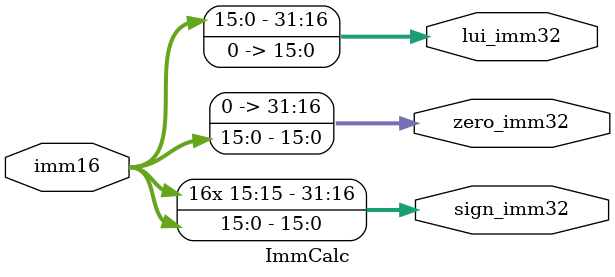
<source format=v>
`timescale 1ns / 1ps

module ImmCalc(
    input [15:0] imm16,
    output [31:0] sign_imm32,
    output [31:0] zero_imm32,
    output [31:0] lui_imm32
    );

    assign sign_imm32 = {{16{imm16[15]}}, imm16};
    assign zero_imm32 = {16'b0, imm16};
    assign lui_imm32 = {imm16, 16'b0};

endmodule

</source>
